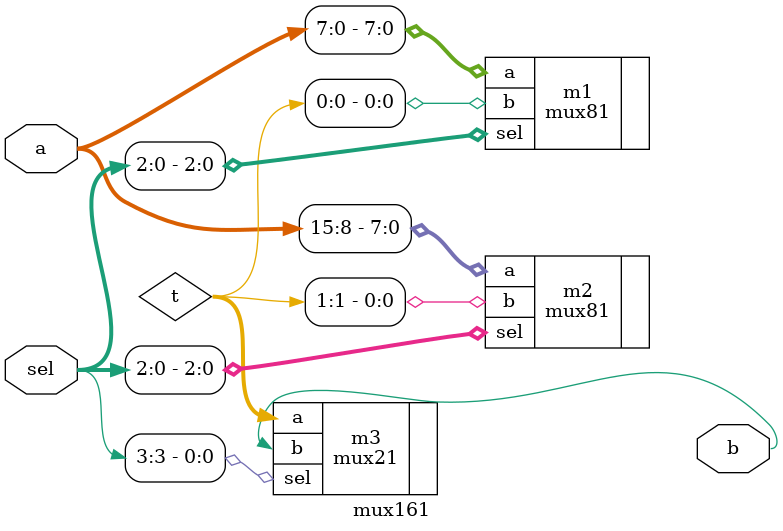
<source format=v>
module mux161(a, sel, b);
   input [15:0] a;
   input [3:0] sel;
   output b;

    wire [1:0] t;
   mux81 m1 (.a(a[7:0]), .sel(sel[2:0]), .b(t[0]));
   mux81 m2 (.a(a[15:8]), .sel(sel[2:0]), .b(t[1]));
   mux21 m3 (.a(t[1:0]), .sel(sel[3]), .b(b));

endmodule

</source>
